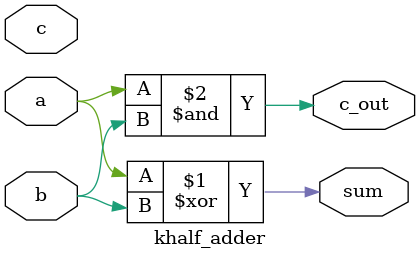
<source format=v>
module khalf_adder(
    a,b,c,
    sum,c_out
);
    input wire a,b,c;
    output wire sum,c_out;

    //assign (sum,c_out) = a + b;
    assign sum = a ^ b;
    assign c_out = a & b;
    
endmodule

</source>
